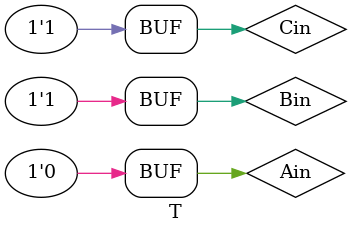
<source format=v>

`timescale 1ns/1ns

module T;
    reg Ain;
    reg Bin;
    reg Cin;
    wire Cout;
    wire Sum;

    full_adder UUT (
        .A(Ain),
        .B(Bin),
        .Ci(Cin),
        .Co(Cout),
        .S(Sum)
    );

    initial
    begin
        Ain = 1'b0;
        Bin = 1'b0;
        Cin = 1'b0;
        #100;
        
        Ain = 1'b1;
        Bin = 1'b0;
        Cin = 1'b0;
        #100;

        Ain = 1'b0;
        Bin = 1'b1;
        Cin = 1'b0;
        #100;

        Ain = 1'b1;
        Bin = 1'b1;
        Cin = 1'b0;
        #100;

        Ain = 1'b0;
        Bin = 1'b0;
        Cin = 1'b1;
        #100;

        Ain = 1'b0;
        Bin = 1'b1;
        Cin = 1'b1;
        #100;
    end

endmodule
</source>
